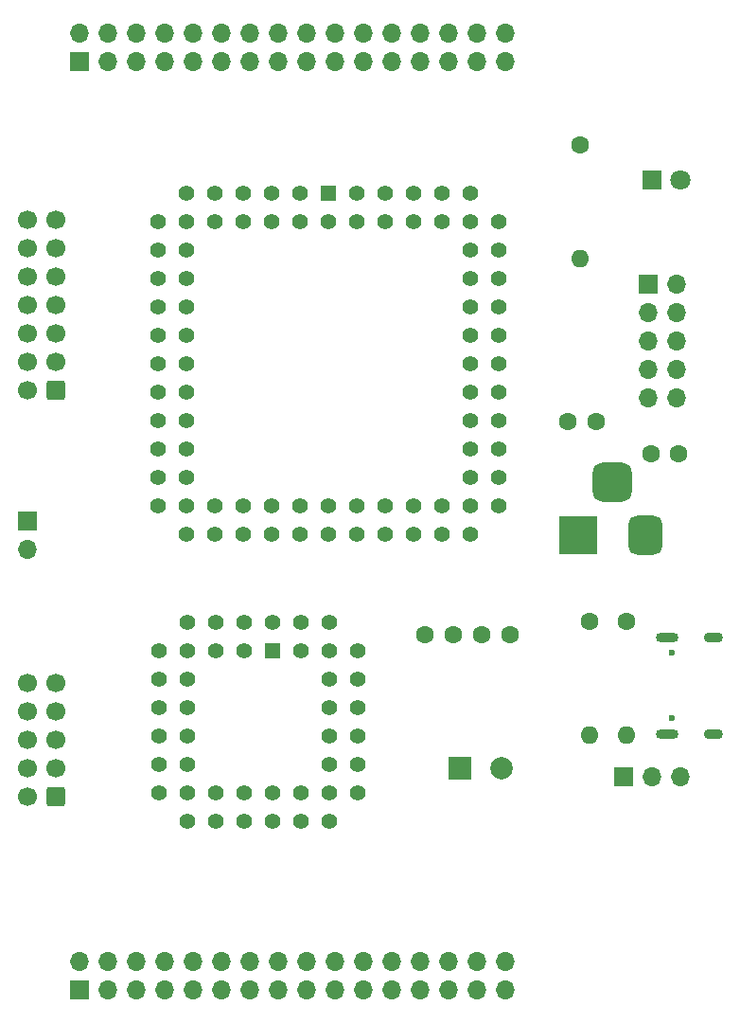
<source format=gbr>
%TF.GenerationSoftware,KiCad,Pcbnew,7.0.9*%
%TF.CreationDate,2024-03-10T01:22:23+00:00*%
%TF.ProjectId,ATF15xxProgBoard,41544631-3578-4785-9072-6f67426f6172,rev?*%
%TF.SameCoordinates,Original*%
%TF.FileFunction,Soldermask,Bot*%
%TF.FilePolarity,Negative*%
%FSLAX46Y46*%
G04 Gerber Fmt 4.6, Leading zero omitted, Abs format (unit mm)*
G04 Created by KiCad (PCBNEW 7.0.9) date 2024-03-10 01:22:23*
%MOMM*%
%LPD*%
G01*
G04 APERTURE LIST*
G04 Aperture macros list*
%AMRoundRect*
0 Rectangle with rounded corners*
0 $1 Rounding radius*
0 $2 $3 $4 $5 $6 $7 $8 $9 X,Y pos of 4 corners*
0 Add a 4 corners polygon primitive as box body*
4,1,4,$2,$3,$4,$5,$6,$7,$8,$9,$2,$3,0*
0 Add four circle primitives for the rounded corners*
1,1,$1+$1,$2,$3*
1,1,$1+$1,$4,$5*
1,1,$1+$1,$6,$7*
1,1,$1+$1,$8,$9*
0 Add four rect primitives between the rounded corners*
20,1,$1+$1,$2,$3,$4,$5,0*
20,1,$1+$1,$4,$5,$6,$7,0*
20,1,$1+$1,$6,$7,$8,$9,0*
20,1,$1+$1,$8,$9,$2,$3,0*%
G04 Aperture macros list end*
%ADD10O,1.600000X1.600000*%
%ADD11C,1.600000*%
%ADD12O,1.700000X1.700000*%
%ADD13R,1.700000X1.700000*%
%ADD14O,1.700000X0.900000*%
%ADD15O,2.000000X0.900000*%
%ADD16C,0.600000*%
%ADD17R,1.422400X1.422400*%
%ADD18C,1.422400*%
%ADD19R,2.000000X2.000000*%
%ADD20C,2.000000*%
%ADD21RoundRect,0.250000X0.600000X0.600000X-0.600000X0.600000X-0.600000X-0.600000X0.600000X-0.600000X0*%
%ADD22C,1.700000*%
%ADD23R,1.800000X1.800000*%
%ADD24C,1.800000*%
%ADD25R,3.500000X3.500000*%
%ADD26RoundRect,0.750000X0.750000X1.000000X-0.750000X1.000000X-0.750000X-1.000000X0.750000X-1.000000X0*%
%ADD27RoundRect,0.875000X0.875000X0.875000X-0.875000X0.875000X-0.875000X-0.875000X0.875000X-0.875000X0*%
G04 APERTURE END LIST*
D10*
%TO.C,R1*%
X161220000Y-73040000D03*
D11*
X161220000Y-62880000D03*
%TD*%
D10*
%TO.C,R3*%
X165420000Y-115640000D03*
D11*
X165420000Y-105480000D03*
%TD*%
D10*
%TO.C,R2*%
X162060000Y-115640000D03*
D11*
X162060000Y-105480000D03*
%TD*%
D12*
%TO.C,J8*%
X169910000Y-85520000D03*
X167370000Y-85520000D03*
X169910000Y-82980000D03*
X167370000Y-82980000D03*
X169910000Y-80440000D03*
X167370000Y-80440000D03*
X169910000Y-77900000D03*
X167370000Y-77900000D03*
X169910000Y-75360000D03*
D13*
X167370000Y-75360000D03*
%TD*%
D12*
%TO.C,J7*%
X154550000Y-52930000D03*
X154550000Y-55470000D03*
X152010000Y-52930000D03*
X152010000Y-55470000D03*
X149470000Y-52930000D03*
X149470000Y-55470000D03*
X146930000Y-52930000D03*
X146930000Y-55470000D03*
X144390000Y-52930000D03*
X144390000Y-55470000D03*
X141850000Y-52930000D03*
X141850000Y-55470000D03*
X139310000Y-52930000D03*
X139310000Y-55470000D03*
X136770000Y-52930000D03*
X136770000Y-55470000D03*
X134230000Y-52930000D03*
X134230000Y-55470000D03*
X131690000Y-52930000D03*
X131690000Y-55470000D03*
X129150000Y-52930000D03*
X129150000Y-55470000D03*
X126610000Y-52930000D03*
X126610000Y-55470000D03*
X124070000Y-52930000D03*
X124070000Y-55470000D03*
X121530000Y-52930000D03*
X121530000Y-55470000D03*
X118990000Y-52930000D03*
X118990000Y-55470000D03*
X116450000Y-52930000D03*
D13*
X116450000Y-55470000D03*
%TD*%
%TO.C,J6*%
X116450000Y-138450000D03*
D12*
X116450000Y-135910000D03*
X118990000Y-138450000D03*
X118990000Y-135910000D03*
X121530000Y-138450000D03*
X121530000Y-135910000D03*
X124070000Y-138450000D03*
X124070000Y-135910000D03*
X126610000Y-138450000D03*
X126610000Y-135910000D03*
X129150000Y-138450000D03*
X129150000Y-135910000D03*
X131690000Y-138450000D03*
X131690000Y-135910000D03*
X134230000Y-138450000D03*
X134230000Y-135910000D03*
X136770000Y-138450000D03*
X136770000Y-135910000D03*
X139310000Y-138450000D03*
X139310000Y-135910000D03*
X141850000Y-138450000D03*
X141850000Y-135910000D03*
X144390000Y-138450000D03*
X144390000Y-135910000D03*
X146930000Y-138450000D03*
X146930000Y-135910000D03*
X149470000Y-138450000D03*
X149470000Y-135910000D03*
X152010000Y-138450000D03*
X152010000Y-135910000D03*
X154550000Y-138450000D03*
X154550000Y-135910000D03*
%TD*%
D14*
%TO.C,J3*%
X173170000Y-106900000D03*
D15*
X169000000Y-106900000D03*
D14*
X173170000Y-115540000D03*
D15*
X169000000Y-115540000D03*
D16*
X169480000Y-108330000D03*
X169480000Y-114110000D03*
%TD*%
D17*
%TO.C,U1*%
X133710000Y-108120000D03*
D18*
X131170000Y-105580000D03*
X131170000Y-108120000D03*
X128630000Y-105580000D03*
X128630000Y-108120000D03*
X126090000Y-105580000D03*
X123550000Y-108120000D03*
X126090000Y-108120000D03*
X123550000Y-110660000D03*
X126090000Y-110660000D03*
X123550000Y-113200000D03*
X126090000Y-113200000D03*
X123550000Y-115740000D03*
X126090000Y-115740000D03*
X123550000Y-118280000D03*
X126090000Y-118280000D03*
X123550000Y-120820000D03*
X126090000Y-123360000D03*
X126090000Y-120820000D03*
X128630000Y-123360000D03*
X128630000Y-120820000D03*
X131170000Y-123360000D03*
X131170000Y-120820000D03*
X133710000Y-123360000D03*
X133710000Y-120820000D03*
X136250000Y-123360000D03*
X136250000Y-120820000D03*
X138790000Y-123360000D03*
X141330000Y-120820000D03*
X138790000Y-120820000D03*
X141330000Y-118280000D03*
X138790000Y-118280000D03*
X141330000Y-115740000D03*
X138790000Y-115740000D03*
X141330000Y-113200000D03*
X138790000Y-113200000D03*
X141330000Y-110660000D03*
X138790000Y-110660000D03*
X141330000Y-108120000D03*
X138790000Y-105580000D03*
X138790000Y-108120000D03*
X136250000Y-105580000D03*
X136250000Y-108120000D03*
X133710000Y-105580000D03*
%TD*%
D17*
%TO.C,U2*%
X138690000Y-67260000D03*
D18*
X138690000Y-69800000D03*
X136150000Y-67260000D03*
X136150000Y-69800000D03*
X133610000Y-67260000D03*
X133610000Y-69800000D03*
X131070000Y-67260000D03*
X131070000Y-69800000D03*
X128530000Y-67260000D03*
X128530000Y-69800000D03*
X125990000Y-67260000D03*
X123450000Y-69800000D03*
X125990000Y-69800000D03*
X123450000Y-72340000D03*
X125990000Y-72340000D03*
X123450000Y-74880000D03*
X125990000Y-74880000D03*
X123450000Y-77420000D03*
X125990000Y-77420000D03*
X123450000Y-79960000D03*
X125990000Y-79960000D03*
X123450000Y-82500000D03*
X125990000Y-82500000D03*
X123450000Y-85040000D03*
X125990000Y-85040000D03*
X123450000Y-87580000D03*
X125990000Y-87580000D03*
X123450000Y-90120000D03*
X125990000Y-90120000D03*
X123450000Y-92660000D03*
X125990000Y-92660000D03*
X123450000Y-95200000D03*
X125990000Y-97740000D03*
X125990000Y-95200000D03*
X128530000Y-97740000D03*
X128530000Y-95200000D03*
X131070000Y-97740000D03*
X131070000Y-95200000D03*
X133610000Y-97740000D03*
X133610000Y-95200000D03*
X136150000Y-97740000D03*
X136150000Y-95200000D03*
X138690000Y-97740000D03*
X138690000Y-95200000D03*
X141230000Y-97740000D03*
X141230000Y-95200000D03*
X143770000Y-97740000D03*
X143770000Y-95200000D03*
X146310000Y-97740000D03*
X146310000Y-95200000D03*
X148850000Y-97740000D03*
X148850000Y-95200000D03*
X151390000Y-97740000D03*
X153930000Y-95200000D03*
X151390000Y-95200000D03*
X153930000Y-92660000D03*
X151390000Y-92660000D03*
X153930000Y-90120000D03*
X151390000Y-90120000D03*
X153930000Y-87580000D03*
X151390000Y-87580000D03*
X153930000Y-85040000D03*
X151390000Y-85040000D03*
X153930000Y-82500000D03*
X151390000Y-82500000D03*
X153930000Y-79960000D03*
X151390000Y-79960000D03*
X153930000Y-77420000D03*
X151390000Y-77420000D03*
X153930000Y-74880000D03*
X151390000Y-74880000D03*
X153930000Y-72340000D03*
X151390000Y-72340000D03*
X153930000Y-69800000D03*
X151390000Y-67260000D03*
X151390000Y-69800000D03*
X148850000Y-67260000D03*
X148850000Y-69800000D03*
X146310000Y-67260000D03*
X146310000Y-69800000D03*
X143770000Y-67260000D03*
X143770000Y-69800000D03*
X141230000Y-67260000D03*
X141230000Y-69800000D03*
%TD*%
D11*
%TO.C,C3*%
X167570000Y-90500000D03*
X170070000Y-90500000D03*
%TD*%
D19*
%TO.C,C1*%
X150442323Y-118660000D03*
D20*
X154242323Y-118660000D03*
%TD*%
D21*
%TO.C,J2*%
X114300000Y-84840000D03*
D22*
X111760000Y-84840000D03*
X114300000Y-82300000D03*
X111760000Y-82300000D03*
X114300000Y-79760000D03*
X111760000Y-79760000D03*
X114300000Y-77220000D03*
X111760000Y-77220000D03*
X114300000Y-74680000D03*
X111760000Y-74680000D03*
X114300000Y-72140000D03*
X111760000Y-72140000D03*
X114300000Y-69600000D03*
X111760000Y-69600000D03*
%TD*%
D23*
%TO.C,LED1*%
X167640000Y-66040000D03*
D24*
X170180000Y-66040000D03*
%TD*%
D11*
%TO.C,C2*%
X160140000Y-87630000D03*
X162640000Y-87630000D03*
%TD*%
D13*
%TO.C,J4*%
X165100000Y-119380000D03*
D12*
X167640000Y-119380000D03*
X170180000Y-119380000D03*
%TD*%
D11*
%TO.C,C4*%
X147360000Y-106680000D03*
X149860000Y-106680000D03*
%TD*%
%TO.C,C5*%
X152440000Y-106680000D03*
X154940000Y-106680000D03*
%TD*%
D12*
%TO.C,JP1*%
X111760000Y-99060000D03*
D13*
X111760000Y-96520000D03*
%TD*%
D21*
%TO.C,J1*%
X114300000Y-121120000D03*
D22*
X111760000Y-121120000D03*
X114300000Y-118580000D03*
X111760000Y-118580000D03*
X114300000Y-116040000D03*
X111760000Y-116040000D03*
X114300000Y-113500000D03*
X111760000Y-113500000D03*
X114300000Y-110960000D03*
X111760000Y-110960000D03*
%TD*%
D25*
%TO.C,J5*%
X161100000Y-97787500D03*
D26*
X167100000Y-97787500D03*
D27*
X164100000Y-93087500D03*
%TD*%
M02*

</source>
